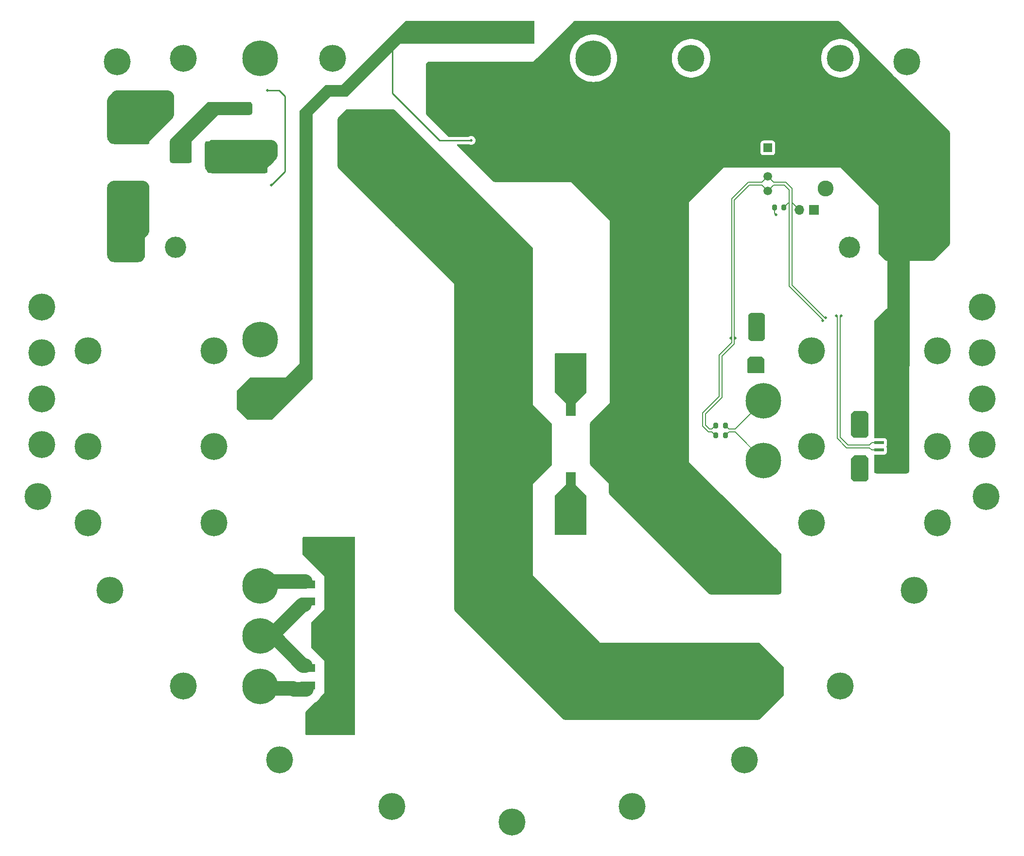
<source format=gbl>
G04 #@! TF.GenerationSoftware,KiCad,Pcbnew,7.0.6*
G04 #@! TF.CreationDate,2024-01-15T22:12:01-08:00*
G04 #@! TF.ProjectId,midplate,6d696470-6c61-4746-952e-6b696361645f,rev?*
G04 #@! TF.SameCoordinates,Original*
G04 #@! TF.FileFunction,Copper,L2,Bot*
G04 #@! TF.FilePolarity,Positive*
%FSLAX46Y46*%
G04 Gerber Fmt 4.6, Leading zero omitted, Abs format (unit mm)*
G04 Created by KiCad (PCBNEW 7.0.6) date 2024-01-15 22:12:01*
%MOMM*%
%LPD*%
G01*
G04 APERTURE LIST*
G04 Aperture macros list*
%AMRoundRect*
0 Rectangle with rounded corners*
0 $1 Rounding radius*
0 $2 $3 $4 $5 $6 $7 $8 $9 X,Y pos of 4 corners*
0 Add a 4 corners polygon primitive as box body*
4,1,4,$2,$3,$4,$5,$6,$7,$8,$9,$2,$3,0*
0 Add four circle primitives for the rounded corners*
1,1,$1+$1,$2,$3*
1,1,$1+$1,$4,$5*
1,1,$1+$1,$6,$7*
1,1,$1+$1,$8,$9*
0 Add four rect primitives between the rounded corners*
20,1,$1+$1,$2,$3,$4,$5,0*
20,1,$1+$1,$4,$5,$6,$7,0*
20,1,$1+$1,$6,$7,$8,$9,0*
20,1,$1+$1,$8,$9,$2,$3,0*%
G04 Aperture macros list end*
G04 #@! TA.AperFunction,ComponentPad*
%ADD10C,0.600000*%
G04 #@! TD*
G04 #@! TA.AperFunction,SMDPad,CuDef*
%ADD11R,2.950000X4.500000*%
G04 #@! TD*
G04 #@! TA.AperFunction,ComponentPad*
%ADD12R,1.700000X1.700000*%
G04 #@! TD*
G04 #@! TA.AperFunction,ComponentPad*
%ADD13O,1.700000X1.700000*%
G04 #@! TD*
G04 #@! TA.AperFunction,ComponentPad*
%ADD14C,3.700000*%
G04 #@! TD*
G04 #@! TA.AperFunction,ComponentPad*
%ADD15C,6.200000*%
G04 #@! TD*
G04 #@! TA.AperFunction,ComponentPad*
%ADD16C,4.700000*%
G04 #@! TD*
G04 #@! TA.AperFunction,ComponentPad*
%ADD17R,2.775000X2.775000*%
G04 #@! TD*
G04 #@! TA.AperFunction,ComponentPad*
%ADD18C,2.775000*%
G04 #@! TD*
G04 #@! TA.AperFunction,ComponentPad*
%ADD19C,2.780000*%
G04 #@! TD*
G04 #@! TA.AperFunction,ComponentPad*
%ADD20R,1.508000X1.508000*%
G04 #@! TD*
G04 #@! TA.AperFunction,ComponentPad*
%ADD21C,1.508000*%
G04 #@! TD*
G04 #@! TA.AperFunction,SMDPad,CuDef*
%ADD22RoundRect,0.200000X-0.200000X-0.275000X0.200000X-0.275000X0.200000X0.275000X-0.200000X0.275000X0*%
G04 #@! TD*
G04 #@! TA.AperFunction,SMDPad,CuDef*
%ADD23R,2.616200X1.346200*%
G04 #@! TD*
G04 #@! TA.AperFunction,SMDPad,CuDef*
%ADD24R,1.727200X3.505200*%
G04 #@! TD*
G04 #@! TA.AperFunction,SMDPad,CuDef*
%ADD25RoundRect,0.200000X0.200000X0.275000X-0.200000X0.275000X-0.200000X-0.275000X0.200000X-0.275000X0*%
G04 #@! TD*
G04 #@! TA.AperFunction,SMDPad,CuDef*
%ADD26R,1.700000X0.600000*%
G04 #@! TD*
G04 #@! TA.AperFunction,SMDPad,CuDef*
%ADD27R,2.800000X1.000000*%
G04 #@! TD*
G04 #@! TA.AperFunction,SMDPad,CuDef*
%ADD28R,2.540000X1.270000*%
G04 #@! TD*
G04 #@! TA.AperFunction,SMDPad,CuDef*
%ADD29R,1.651000X3.429000*%
G04 #@! TD*
G04 #@! TA.AperFunction,ViaPad*
%ADD30C,0.500000*%
G04 #@! TD*
G04 #@! TA.AperFunction,ViaPad*
%ADD31C,0.700000*%
G04 #@! TD*
G04 #@! TA.AperFunction,Conductor*
%ADD32C,0.254000*%
G04 #@! TD*
G04 #@! TA.AperFunction,Conductor*
%ADD33C,2.540000*%
G04 #@! TD*
G04 #@! TA.AperFunction,Conductor*
%ADD34C,0.200000*%
G04 #@! TD*
G04 #@! TA.AperFunction,Conductor*
%ADD35C,0.177800*%
G04 #@! TD*
G04 APERTURE END LIST*
D10*
X137611000Y-37465000D03*
X137611000Y-38665000D03*
X137611000Y-39965000D03*
X137611000Y-41065000D03*
D11*
X138211000Y-39265000D03*
D10*
X138811000Y-37465000D03*
X138811000Y-38665000D03*
X138811000Y-39965000D03*
X138811000Y-41065000D03*
D12*
X190246000Y-56388000D03*
D13*
X187706000Y-56388000D03*
D14*
X79049621Y-62921321D03*
X71849621Y-62921321D03*
D15*
X93853000Y-121946000D03*
D16*
X168864096Y-29994860D03*
X207718590Y-122678005D03*
X55785842Y-73342142D03*
X194864067Y-139430345D03*
D15*
X151853900Y-29994860D03*
D16*
X85779349Y-110938702D03*
X85779349Y-80978719D03*
X189827411Y-110938702D03*
X55116132Y-106342142D03*
X219550158Y-89342142D03*
X220219868Y-106342142D03*
X206410936Y-30558280D03*
X158603214Y-160365559D03*
D15*
X93853000Y-29994860D03*
D16*
X194864096Y-29994860D03*
X189827411Y-97623566D03*
X55785842Y-97342142D03*
X219550158Y-81342142D03*
X219550158Y-73342142D03*
D15*
X181483000Y-139446000D03*
D14*
X203661697Y-62921321D03*
X196461697Y-62921321D03*
D16*
X137668000Y-163121732D03*
D17*
X192292500Y-45720000D03*
D18*
X192292500Y-52720000D03*
D15*
X93853000Y-78999080D03*
D16*
X211726333Y-97623566D03*
D15*
X93853000Y-139446000D03*
X93853000Y-130696000D03*
D16*
X68925065Y-30558280D03*
X55785842Y-89342142D03*
X97224273Y-152284868D03*
D19*
X69293000Y-52966000D03*
X72693000Y-52966000D03*
X69293000Y-43046000D03*
X72693000Y-43046000D03*
D16*
X85779349Y-97623566D03*
X80471905Y-29994860D03*
D15*
X181483000Y-100076000D03*
D16*
X63829849Y-80978719D03*
D15*
X181483000Y-89662000D03*
D16*
X63829849Y-110938702D03*
X211726333Y-110938702D03*
X219550158Y-97342142D03*
X67617410Y-122678005D03*
X178111727Y-152284868D03*
X116732786Y-160365559D03*
X106471905Y-29994860D03*
X189827411Y-80978719D03*
X63829849Y-97623566D03*
X211726333Y-80978719D03*
D20*
X182228000Y-45609500D03*
D21*
X182228000Y-48109500D03*
X182228000Y-50609500D03*
X182228000Y-53109500D03*
D16*
X80471933Y-139430345D03*
D15*
X181483000Y-117646000D03*
D16*
X55785842Y-81342142D03*
D15*
X93853000Y-89662000D03*
D22*
X173154000Y-94042700D03*
X174804000Y-94042700D03*
D23*
X102146100Y-139295000D03*
X102146100Y-136295001D03*
D24*
X105346500Y-143002000D03*
X105346500Y-132588000D03*
D25*
X174804000Y-95693700D03*
X173154000Y-95693700D03*
D26*
X201603000Y-95748566D03*
X201603000Y-96998566D03*
X201603000Y-98248566D03*
X201603000Y-99498566D03*
D27*
X198253000Y-101348566D03*
X198253000Y-93898566D03*
D25*
X185039000Y-56007000D03*
X183389000Y-56007000D03*
D23*
X102146100Y-124690000D03*
X102146100Y-121690001D03*
D24*
X105346500Y-128397000D03*
X105346500Y-117983000D03*
D28*
X152587651Y-100234500D03*
X152587651Y-97234501D03*
X152587651Y-94234502D03*
X143187650Y-100234500D03*
X143187650Y-97234501D03*
X143187650Y-94234502D03*
D29*
X147887650Y-90599501D03*
X147887650Y-103869501D03*
D30*
X201218800Y-86741000D03*
D31*
X127000000Y-41529000D03*
D30*
X201218800Y-87503000D03*
X201218800Y-85979000D03*
X201980800Y-85217000D03*
X201980800Y-85979000D03*
X201218800Y-85217000D03*
X201980800Y-86741000D03*
X201980800Y-87503000D03*
D31*
X68961000Y-60198000D03*
X74041000Y-57150000D03*
X69977000Y-55118000D03*
X73025000Y-60198000D03*
X74041000Y-55118000D03*
X70993000Y-56134000D03*
X72009000Y-55118000D03*
X68961000Y-62230000D03*
X68961000Y-58166000D03*
X70993000Y-58166000D03*
X67945000Y-59182000D03*
X72009000Y-59182000D03*
X72009000Y-57150000D03*
X67945000Y-63246000D03*
X69977000Y-57150000D03*
X67945000Y-55118000D03*
X67945000Y-57150000D03*
X73025000Y-56134000D03*
X67945000Y-61214000D03*
X70993000Y-60198000D03*
X74041000Y-59182000D03*
X68961000Y-64262000D03*
X69977000Y-59182000D03*
X73025000Y-58166000D03*
X68961000Y-56134000D03*
X121031000Y-49784000D03*
X117983000Y-46736000D03*
X111887000Y-50800000D03*
X111887000Y-46736000D03*
X107696000Y-46736000D03*
X114935000Y-39624000D03*
X108839000Y-45720000D03*
X116967000Y-45720000D03*
X113919000Y-44704000D03*
X120015000Y-50800000D03*
X118999000Y-41656000D03*
X115951000Y-44704000D03*
X109855000Y-40640000D03*
X107696000Y-40640000D03*
X114935000Y-49784000D03*
X122047000Y-46736000D03*
X114935000Y-51816000D03*
X114935000Y-47752000D03*
X118999000Y-49784000D03*
X112903000Y-39624000D03*
X115951000Y-50800000D03*
X118999000Y-51816000D03*
X111887000Y-40640000D03*
X112903000Y-45720000D03*
X108839000Y-43688000D03*
X114935000Y-45720000D03*
X115951000Y-48768000D03*
X111887000Y-42672000D03*
X109855000Y-46736000D03*
X121031000Y-47752000D03*
X121031000Y-45720000D03*
X116967000Y-41656000D03*
X118999000Y-43688000D03*
X112903000Y-49784000D03*
X116967000Y-47752000D03*
X111887000Y-44704000D03*
X112903000Y-41656000D03*
X122936000Y-45847000D03*
X109855000Y-50800000D03*
X121031000Y-43688000D03*
X118999000Y-45720000D03*
X109855000Y-42672000D03*
X110871000Y-41656000D03*
X115951000Y-42672000D03*
X120015000Y-42672000D03*
X122047000Y-50800000D03*
X108839000Y-49784000D03*
X112903000Y-51816000D03*
X124968000Y-47879000D03*
X108839000Y-39624000D03*
X109855000Y-48768000D03*
X110871000Y-43688000D03*
X107696000Y-48768000D03*
X113919000Y-42672000D03*
X108839000Y-41656000D03*
X108839000Y-47752000D03*
X117983000Y-42672000D03*
X122047000Y-44704000D03*
X123063000Y-49784000D03*
X115951000Y-46736000D03*
X123063000Y-47752000D03*
X110871000Y-39624000D03*
X112903000Y-43688000D03*
X120015000Y-46736000D03*
X120015000Y-48768000D03*
X118999000Y-47752000D03*
X107696000Y-42672000D03*
X112903000Y-47752000D03*
X124079000Y-48768000D03*
X113919000Y-40640000D03*
X109855000Y-44704000D03*
X115951000Y-40640000D03*
X113919000Y-50800000D03*
X110871000Y-49784000D03*
X111887000Y-48768000D03*
X113919000Y-46736000D03*
X114935000Y-41656000D03*
X123952000Y-46863000D03*
X116967000Y-43688000D03*
X116967000Y-49784000D03*
X110871000Y-47752000D03*
X110871000Y-51816000D03*
X117983000Y-40640000D03*
X107696000Y-44704000D03*
X114935000Y-43688000D03*
X116967000Y-51816000D03*
X120015000Y-44704000D03*
X113919000Y-48768000D03*
X121031000Y-51816000D03*
X117983000Y-48768000D03*
X117983000Y-44704000D03*
X122047000Y-48768000D03*
X116967000Y-39624000D03*
X117983000Y-50800000D03*
X110871000Y-45720000D03*
X89027000Y-47625000D03*
X84963000Y-47625000D03*
X95123000Y-45593000D03*
X88011000Y-46609000D03*
X85979000Y-48641000D03*
X86995000Y-47625000D03*
X95123000Y-47625000D03*
X94107000Y-46609000D03*
X92075000Y-46609000D03*
X86995000Y-49657000D03*
X91059000Y-47625000D03*
X88011000Y-48641000D03*
X88011000Y-44577000D03*
X94107000Y-44577000D03*
X90043000Y-48641000D03*
X94107000Y-48641000D03*
X92075000Y-48641000D03*
X85979000Y-44577000D03*
X93091000Y-45593000D03*
X92075000Y-44577000D03*
X93091000Y-47625000D03*
X86995000Y-45593000D03*
X93091000Y-49657000D03*
X89027000Y-49657000D03*
X84963000Y-49657000D03*
X91059000Y-49657000D03*
X96139000Y-46609000D03*
X85979000Y-46609000D03*
X88773000Y-38100000D03*
X89789000Y-38100000D03*
X90805000Y-39116000D03*
X78613000Y-45720000D03*
X80010000Y-47752000D03*
X90805000Y-38100000D03*
X78613000Y-44704000D03*
X81407000Y-46736000D03*
X89789000Y-39116000D03*
X88773000Y-39116000D03*
X78613000Y-47752000D03*
X91821000Y-39116000D03*
X81407000Y-47752000D03*
X81407000Y-44704000D03*
X78613000Y-46736000D03*
X91821000Y-38100000D03*
X81407000Y-45720000D03*
X69977000Y-38354000D03*
X67945000Y-38354000D03*
X67945000Y-40386000D03*
X72009000Y-38354000D03*
X74041000Y-40386000D03*
X73025000Y-39370000D03*
X75057000Y-39370000D03*
X68961000Y-39370000D03*
X74041000Y-36322000D03*
X68961000Y-37338000D03*
X78105000Y-40386000D03*
X70993000Y-41402000D03*
X78105000Y-38354000D03*
X70993000Y-37338000D03*
X69977000Y-36322000D03*
X70993000Y-39370000D03*
X69977000Y-40386000D03*
X77089000Y-41402000D03*
X75057000Y-41402000D03*
X72009000Y-40386000D03*
X78105000Y-36322000D03*
X74041000Y-38354000D03*
X76073000Y-42418000D03*
X76073000Y-38354000D03*
X76073000Y-40386000D03*
X77089000Y-39370000D03*
X75057000Y-43434000D03*
X77089000Y-37338000D03*
X72009000Y-36322000D03*
X75057000Y-37338000D03*
X76073000Y-36322000D03*
X73025000Y-37338000D03*
D30*
X95758000Y-52120800D03*
X95123000Y-35560000D03*
X103124000Y-115570000D03*
X103886000Y-116332000D03*
X104521000Y-146812000D03*
X106934000Y-133477000D03*
X107569000Y-145288000D03*
X107696000Y-135763000D03*
X104521000Y-145288000D03*
X106934000Y-124333000D03*
X106807000Y-144526000D03*
X107696000Y-117094000D03*
X106172000Y-123571000D03*
X106045000Y-146812000D03*
X107696000Y-132715000D03*
X103886000Y-114808000D03*
X107696000Y-126619000D03*
X104648000Y-115570000D03*
X106934000Y-127381000D03*
X107696000Y-129667000D03*
X103759000Y-144526000D03*
X106934000Y-135001000D03*
X107696000Y-115570000D03*
X105410000Y-114808000D03*
X103124000Y-117094000D03*
X106934000Y-116332000D03*
X102997000Y-145288000D03*
X106172000Y-125095000D03*
X105410000Y-125857000D03*
X103886000Y-117856000D03*
X107696000Y-134239000D03*
X106172000Y-114046000D03*
X106934000Y-136525000D03*
X106934000Y-130429000D03*
X105410000Y-135001000D03*
X105410000Y-136525000D03*
X106172000Y-137287000D03*
X106934000Y-128905000D03*
X106172000Y-115570000D03*
X107696000Y-131191000D03*
X106934000Y-114808000D03*
X106807000Y-143002000D03*
X103759000Y-143002000D03*
X107696000Y-125095000D03*
X105283000Y-146050000D03*
X106934000Y-131953000D03*
X106172000Y-135763000D03*
X106934000Y-125857000D03*
X106807000Y-146050000D03*
X104648000Y-114046000D03*
X102997000Y-143764000D03*
X106045000Y-145288000D03*
X103759000Y-146050000D03*
X106934000Y-117856000D03*
X107696000Y-128143000D03*
X105410000Y-124333000D03*
X107569000Y-143764000D03*
X175759300Y-78740000D03*
X194174300Y-74874786D03*
X192288340Y-75174911D03*
X191737220Y-75726031D03*
X194953700Y-74874786D03*
X176538700Y-78740000D03*
X180340000Y-74803000D03*
X180340000Y-77978000D03*
X179451000Y-78867000D03*
X180340000Y-78867000D03*
X179451000Y-74803000D03*
X181229000Y-77978000D03*
X181229000Y-75692000D03*
X181229000Y-78867000D03*
X179451000Y-75692000D03*
X180340000Y-75692000D03*
X179451000Y-77978000D03*
X181229000Y-74803000D03*
X181102000Y-82423000D03*
X179324000Y-83312000D03*
X181102000Y-83312000D03*
X180213000Y-82423000D03*
X180213000Y-83312000D03*
X179324000Y-82423000D03*
X146431000Y-85877400D03*
X146431000Y-87401400D03*
X147193000Y-88163400D03*
X147955000Y-84353400D03*
X146431000Y-84353400D03*
X148717000Y-88163400D03*
X148717000Y-86639400D03*
X147193000Y-86639400D03*
X150241000Y-85115400D03*
X147193000Y-83591400D03*
X148717000Y-83591400D03*
X145669000Y-85115400D03*
X149479000Y-87401400D03*
X149479000Y-85877400D03*
X145669000Y-86639400D03*
X149479000Y-84353400D03*
X150241000Y-86639400D03*
X147955000Y-87401400D03*
X147955000Y-85877400D03*
X147193000Y-85115400D03*
X148717000Y-85115400D03*
X146431000Y-108483400D03*
X146431000Y-110007400D03*
X147193000Y-109245400D03*
X147193000Y-107721400D03*
X150241000Y-109245400D03*
X150241000Y-107721400D03*
X148717000Y-110769400D03*
X146431000Y-106959400D03*
X149479000Y-110007400D03*
X147955000Y-110007400D03*
X147955000Y-108483400D03*
X147193000Y-106197400D03*
X148717000Y-109245400D03*
X149479000Y-108483400D03*
X149479000Y-106959400D03*
X145669000Y-109245400D03*
X147193000Y-110769400D03*
X147955000Y-106959400D03*
X148717000Y-106197400D03*
X148717000Y-107721400D03*
X145669000Y-107721400D03*
X199136000Y-102489000D03*
X197358000Y-103251000D03*
X198247000Y-99568000D03*
X199136000Y-99568000D03*
X198247000Y-100330000D03*
X199136000Y-103251000D03*
X198247000Y-103251000D03*
X198247000Y-102489000D03*
X199136000Y-100330000D03*
X197358000Y-102489000D03*
X197358000Y-99568000D03*
X197358000Y-100330000D03*
X198247000Y-92075000D03*
X198247000Y-94996000D03*
X199136000Y-92075000D03*
X198247000Y-95758000D03*
X197358000Y-92075000D03*
X199136000Y-92837000D03*
X197358000Y-95758000D03*
X199136000Y-94996000D03*
X197358000Y-92837000D03*
X198247000Y-92837000D03*
X199136000Y-95758000D03*
X197358000Y-94996000D03*
D31*
X137287000Y-26289000D03*
D30*
X130556000Y-44323000D03*
D31*
X136525000Y-24003000D03*
X138811000Y-24765000D03*
X141097000Y-25527000D03*
X141097000Y-24003000D03*
X138049000Y-24003000D03*
X136525000Y-27051000D03*
X140335000Y-24765000D03*
X137287000Y-24765000D03*
X140335000Y-26289000D03*
X136525000Y-25527000D03*
X139573000Y-25527000D03*
X139573000Y-24003000D03*
X141097000Y-27051000D03*
X138049000Y-25527000D03*
D30*
X183642000Y-57277000D03*
D32*
X95123000Y-35560000D02*
X97155000Y-35560000D01*
X97155000Y-35560000D02*
X98171000Y-36576000D01*
X98171000Y-36576000D02*
X98171000Y-49707800D01*
X98171000Y-49707800D02*
X95758000Y-52120800D01*
D33*
X94641000Y-121158000D02*
X101614099Y-121158000D01*
X93853000Y-121946000D02*
X94641000Y-121158000D01*
X101614099Y-121158000D02*
X101678999Y-121222900D01*
X101154100Y-125286900D02*
X101549200Y-125286900D01*
X101283900Y-135827900D02*
X101678999Y-135827900D01*
X93853000Y-130696000D02*
X95745000Y-130696000D01*
X93853000Y-130696000D02*
X96152000Y-130696000D01*
X96152000Y-130696000D02*
X101283900Y-135827900D01*
X95745000Y-130696000D02*
X101154100Y-125286900D01*
X93853000Y-139446000D02*
X94234000Y-139827000D01*
X99662636Y-139954000D02*
X101854000Y-139954000D01*
X94234000Y-139827000D02*
X99535636Y-139827000D01*
X99535636Y-139827000D02*
X99662636Y-139954000D01*
D34*
X186421700Y-54412457D02*
X186415738Y-54418419D01*
X186415738Y-69514442D02*
X192076207Y-75174911D01*
X172493200Y-95107900D02*
X171883312Y-95107900D01*
X195949278Y-97863266D02*
X194324300Y-96238288D01*
X186421700Y-52732712D02*
X186421700Y-54412457D01*
X170905500Y-94130088D02*
X170905500Y-91772512D01*
X173154000Y-95693700D02*
X173079000Y-95693700D01*
X181217700Y-51619800D02*
X178800212Y-51619800D01*
X182228000Y-50609500D02*
X183238300Y-51619800D01*
X186415738Y-54418419D02*
X186415738Y-69514442D01*
X194324300Y-75024786D02*
X194174300Y-74874786D01*
X192076207Y-75174911D02*
X192288340Y-75174911D01*
X200327999Y-98248566D02*
X199942699Y-97863266D01*
X170905500Y-91772512D02*
X173750300Y-88927712D01*
X186421700Y-55108700D02*
X187701000Y-56388000D01*
X185308788Y-51619800D02*
X186421700Y-52732712D01*
X175909300Y-54510712D02*
X175909300Y-78590000D01*
X194324300Y-96238288D02*
X194324300Y-75024786D01*
X171883312Y-95107900D02*
X170905500Y-94130088D01*
X201603000Y-98248566D02*
X200327999Y-98248566D01*
X173079000Y-95693700D02*
X172493200Y-95107900D01*
X199942699Y-97863266D02*
X195949278Y-97863266D01*
X183238300Y-51619800D02*
X185308788Y-51619800D01*
X173750300Y-88927712D02*
X173750300Y-81714112D01*
X182228000Y-50609500D02*
X181217700Y-51619800D01*
X186421700Y-54412457D02*
X186421700Y-55108700D01*
X175909300Y-78590000D02*
X175759300Y-78740000D01*
X175909300Y-78890000D02*
X175909300Y-79555112D01*
X175909300Y-79555112D02*
X173750300Y-81714112D01*
X175759300Y-78740000D02*
X175909300Y-78890000D01*
X178800212Y-51619800D02*
X175909300Y-54510712D01*
X201603000Y-96998566D02*
X200327999Y-96998566D01*
X185936338Y-54234962D02*
X185936338Y-54483000D01*
X185936338Y-54483000D02*
X185936338Y-69713016D01*
X191737220Y-75513898D02*
X185936338Y-69713016D01*
X172081888Y-94628500D02*
X171384900Y-93931512D01*
X176388700Y-54709288D02*
X176388700Y-78590000D01*
X191737220Y-75726031D02*
X191737220Y-75513898D01*
X183238300Y-52099200D02*
X185110212Y-52099200D01*
X176388700Y-78890000D02*
X176388700Y-79753688D01*
X185110212Y-52099200D02*
X185942300Y-52931288D01*
X185942300Y-52931288D02*
X185942300Y-54229000D01*
X185873338Y-55172662D02*
X185039000Y-56007000D01*
X173154000Y-94042700D02*
X173079000Y-94042700D01*
X185936338Y-55172662D02*
X185873338Y-55172662D01*
X173079000Y-94042700D02*
X172493200Y-94628500D01*
X172493200Y-94628500D02*
X172081888Y-94628500D01*
X176388700Y-79753688D02*
X174229700Y-81912688D01*
X200327999Y-96998566D02*
X199942699Y-97383866D01*
X185936338Y-54483000D02*
X185936338Y-55172662D01*
X194803700Y-96039712D02*
X194803700Y-75024786D01*
X171384900Y-91971088D02*
X174229700Y-89126288D01*
X182228000Y-53109500D02*
X183238300Y-52099200D01*
X199942699Y-97383866D02*
X196147854Y-97383866D01*
X176388700Y-78590000D02*
X176538700Y-78740000D01*
X178998788Y-52099200D02*
X176388700Y-54709288D01*
X171384900Y-93931512D02*
X171384900Y-91971088D01*
X194803700Y-75024786D02*
X194953700Y-74874786D01*
X174229700Y-89126288D02*
X174229700Y-81912688D01*
X182228000Y-53109500D02*
X181217700Y-52099200D01*
X181217700Y-52099200D02*
X178998788Y-52099200D01*
X196147854Y-97383866D02*
X194803700Y-96039712D01*
X176538700Y-78740000D02*
X176388700Y-78890000D01*
X185942300Y-54229000D02*
X185936338Y-54234962D01*
X175957920Y-95107900D02*
X175958720Y-95108700D01*
X174879000Y-95693700D02*
X175464800Y-95107900D01*
X174804000Y-95693700D02*
X174879000Y-95693700D01*
X175958720Y-95108700D02*
X176515700Y-95108700D01*
X175464800Y-95107900D02*
X175957920Y-95107900D01*
X176515700Y-95108700D02*
X181483000Y-100076000D01*
X176141377Y-94628500D02*
X176142177Y-94629300D01*
X174879000Y-94042700D02*
X175464800Y-94628500D01*
X176515700Y-94629300D02*
X181483000Y-89662000D01*
X175464800Y-94628500D02*
X176141377Y-94628500D01*
X174804000Y-94042700D02*
X174879000Y-94042700D01*
X176142177Y-94629300D02*
X176515700Y-94629300D01*
D32*
X116840000Y-36068000D02*
X125095000Y-44323000D01*
X125095000Y-44323000D02*
X130556000Y-44323000D01*
X116840000Y-28321000D02*
X116840000Y-36068000D01*
D35*
X183389000Y-57024000D02*
X183642000Y-57277000D01*
X183389000Y-56007000D02*
X183389000Y-57024000D01*
G04 #@! TA.AperFunction,Conductor*
G36*
X199278677Y-91459685D02*
G01*
X199299319Y-91476319D01*
X199734680Y-91911680D01*
X199768165Y-91973003D01*
X199770999Y-91999361D01*
X199770999Y-95579638D01*
X199751314Y-95646677D01*
X199734680Y-95667319D01*
X199299319Y-96102681D01*
X199237996Y-96136166D01*
X199211638Y-96139000D01*
X197282362Y-96139000D01*
X197215323Y-96119315D01*
X197194681Y-96102681D01*
X196759319Y-95667319D01*
X196725834Y-95605996D01*
X196723000Y-95579638D01*
X196723000Y-91999362D01*
X196742685Y-91932323D01*
X196759319Y-91911681D01*
X197194681Y-91476319D01*
X197256004Y-91442834D01*
X197282362Y-91440000D01*
X199211638Y-91440000D01*
X199278677Y-91459685D01*
G37*
G04 #@! TD.AperFunction*
G04 #@! TA.AperFunction,Conductor*
G36*
X181371677Y-74416285D02*
G01*
X181392319Y-74432919D01*
X181700681Y-74741281D01*
X181734166Y-74802604D01*
X181737000Y-74828962D01*
X181737000Y-78815638D01*
X181717315Y-78882677D01*
X181700681Y-78903319D01*
X181392319Y-79211681D01*
X181330996Y-79245166D01*
X181304638Y-79248000D01*
X179273762Y-79248000D01*
X179206723Y-79228315D01*
X179186081Y-79211681D01*
X178852319Y-78877919D01*
X178818834Y-78816596D01*
X178816000Y-78790238D01*
X178816000Y-74828962D01*
X178835685Y-74761923D01*
X178852319Y-74741281D01*
X179160681Y-74432919D01*
X179222004Y-74399434D01*
X179248362Y-74396600D01*
X181304638Y-74396600D01*
X181371677Y-74416285D01*
G37*
G04 #@! TD.AperFunction*
G04 #@! TA.AperFunction,Conductor*
G36*
X181244677Y-82036285D02*
G01*
X181265319Y-82052919D01*
X181573681Y-82361281D01*
X181607166Y-82422604D01*
X181610000Y-82448962D01*
X181610000Y-84712000D01*
X181590315Y-84779039D01*
X181537511Y-84824794D01*
X181486000Y-84836000D01*
X178813000Y-84836000D01*
X178745961Y-84816315D01*
X178700206Y-84763511D01*
X178689000Y-84712000D01*
X178689000Y-82448958D01*
X178708684Y-82381923D01*
X178725313Y-82361286D01*
X179033681Y-82052918D01*
X179095004Y-82019434D01*
X179121362Y-82016600D01*
X181177638Y-82016600D01*
X181244677Y-82036285D01*
G37*
G04 #@! TD.AperFunction*
G04 #@! TA.AperFunction,Conductor*
G36*
X199278677Y-99206685D02*
G01*
X199299319Y-99223319D01*
X199734681Y-99658681D01*
X199768166Y-99720004D01*
X199771000Y-99746362D01*
X199771000Y-103199637D01*
X199751315Y-103266676D01*
X199734681Y-103287318D01*
X199299319Y-103722681D01*
X199237996Y-103756166D01*
X199211638Y-103759000D01*
X197282362Y-103759000D01*
X197215323Y-103739315D01*
X197194681Y-103722681D01*
X196759319Y-103287319D01*
X196725834Y-103225996D01*
X196723000Y-103199638D01*
X196723000Y-99746362D01*
X196742685Y-99679323D01*
X196759319Y-99658681D01*
X197194681Y-99223319D01*
X197256004Y-99189834D01*
X197282362Y-99187000D01*
X199211638Y-99187000D01*
X199278677Y-99206685D01*
G37*
G04 #@! TD.AperFunction*
G04 #@! TA.AperFunction,Conductor*
G36*
X73281695Y-51308235D02*
G01*
X73488727Y-51326348D01*
X73510004Y-51330099D01*
X73702888Y-51381782D01*
X73723198Y-51389175D01*
X73904165Y-51473562D01*
X73922883Y-51484369D01*
X74086456Y-51598904D01*
X74103014Y-51612798D01*
X74244201Y-51753985D01*
X74258095Y-51770543D01*
X74372630Y-51934116D01*
X74383437Y-51952834D01*
X74467824Y-52133801D01*
X74475217Y-52154112D01*
X74526898Y-52346988D01*
X74530651Y-52368274D01*
X74548764Y-52575299D01*
X74549000Y-52580705D01*
X74549000Y-59922900D01*
X74548701Y-59928981D01*
X74525794Y-60161557D01*
X74521052Y-60185398D01*
X74455871Y-60400272D01*
X74446568Y-60422730D01*
X74340723Y-60620751D01*
X74327218Y-60640963D01*
X74178958Y-60821619D01*
X74174879Y-60826119D01*
X74167125Y-60833873D01*
X74158977Y-60842021D01*
X74158972Y-60842026D01*
X73787000Y-61214000D01*
X73787000Y-61740051D01*
X73787000Y-61740054D01*
X73787000Y-64259294D01*
X73786764Y-64264700D01*
X73768651Y-64471725D01*
X73764898Y-64493011D01*
X73713217Y-64685887D01*
X73705824Y-64706198D01*
X73621437Y-64887165D01*
X73610630Y-64905883D01*
X73496095Y-65069456D01*
X73482201Y-65086014D01*
X73341014Y-65227201D01*
X73324456Y-65241095D01*
X73160883Y-65355630D01*
X73142165Y-65366437D01*
X72961198Y-65450824D01*
X72940887Y-65458217D01*
X72748011Y-65509898D01*
X72726725Y-65513651D01*
X72576864Y-65526762D01*
X72519695Y-65531764D01*
X72514294Y-65532000D01*
X68455706Y-65532000D01*
X68450304Y-65531764D01*
X68386000Y-65526138D01*
X68243274Y-65513651D01*
X68221988Y-65509898D01*
X68029112Y-65458217D01*
X68008801Y-65450824D01*
X67827834Y-65366437D01*
X67809116Y-65355630D01*
X67645543Y-65241095D01*
X67628985Y-65227201D01*
X67487798Y-65086014D01*
X67473904Y-65069456D01*
X67359369Y-64905883D01*
X67348562Y-64887165D01*
X67264175Y-64706198D01*
X67256782Y-64685887D01*
X67205099Y-64493004D01*
X67201348Y-64471724D01*
X67183236Y-64264700D01*
X67183000Y-64259294D01*
X67183000Y-52580705D01*
X67183236Y-52575299D01*
X67201348Y-52368275D01*
X67201349Y-52368274D01*
X67201348Y-52368270D01*
X67205099Y-52346996D01*
X67256783Y-52154107D01*
X67264175Y-52133801D01*
X67348562Y-51952834D01*
X67359369Y-51934116D01*
X67473904Y-51770543D01*
X67487792Y-51753991D01*
X67628991Y-51612792D01*
X67645543Y-51598904D01*
X67809116Y-51484369D01*
X67827831Y-51473563D01*
X68008803Y-51389174D01*
X68029107Y-51381783D01*
X68221996Y-51330099D01*
X68243270Y-51326348D01*
X68450304Y-51308235D01*
X68455706Y-51308000D01*
X73276294Y-51308000D01*
X73281695Y-51308235D01*
G37*
G04 #@! TD.AperFunction*
G04 #@! TA.AperFunction,Conductor*
G36*
X150590439Y-81426685D02*
G01*
X150636194Y-81479489D01*
X150647400Y-81531000D01*
X150647400Y-88188238D01*
X150627715Y-88255277D01*
X150611081Y-88275919D01*
X148717000Y-90169999D01*
X148717000Y-92179600D01*
X148697315Y-92246639D01*
X148644511Y-92292394D01*
X148593000Y-92303600D01*
X147190000Y-92303600D01*
X147122961Y-92283915D01*
X147077206Y-92231111D01*
X147066000Y-92179600D01*
X147066000Y-90170000D01*
X145171919Y-88275919D01*
X145138434Y-88214596D01*
X145135600Y-88188238D01*
X145135600Y-81531000D01*
X145155285Y-81463961D01*
X145208089Y-81418206D01*
X145259600Y-81407000D01*
X150523400Y-81407000D01*
X150590439Y-81426685D01*
G37*
G04 #@! TD.AperFunction*
G04 #@! TA.AperFunction,Conductor*
G36*
X148660039Y-102178485D02*
G01*
X148705794Y-102231289D01*
X148717000Y-102282800D01*
X148717000Y-104292400D01*
X150611081Y-106186481D01*
X150644566Y-106247804D01*
X150647400Y-106274162D01*
X150647400Y-112931400D01*
X150627715Y-112998439D01*
X150574911Y-113044194D01*
X150523400Y-113055400D01*
X145259600Y-113055400D01*
X145192561Y-113035715D01*
X145146806Y-112982911D01*
X145135600Y-112931400D01*
X145135600Y-106274162D01*
X145155285Y-106207123D01*
X145171919Y-106186481D01*
X145171918Y-106186480D01*
X147066000Y-104292400D01*
X147066000Y-102282799D01*
X147085685Y-102215761D01*
X147138489Y-102170006D01*
X147190000Y-102158800D01*
X148593000Y-102158800D01*
X148660039Y-102178485D01*
G37*
G04 #@! TD.AperFunction*
G04 #@! TA.AperFunction,Conductor*
G36*
X95633695Y-44196235D02*
G01*
X95840727Y-44214348D01*
X95862004Y-44218099D01*
X96054888Y-44269782D01*
X96075198Y-44277175D01*
X96256165Y-44361562D01*
X96274883Y-44372369D01*
X96438456Y-44486904D01*
X96455014Y-44500798D01*
X96596201Y-44641985D01*
X96610095Y-44658543D01*
X96724630Y-44822116D01*
X96735437Y-44840834D01*
X96819824Y-45021801D01*
X96827217Y-45042112D01*
X96878898Y-45234988D01*
X96882651Y-45256274D01*
X96900764Y-45463299D01*
X96901000Y-45468705D01*
X96901000Y-46723900D01*
X96900701Y-46729981D01*
X96877794Y-46962557D01*
X96873052Y-46986398D01*
X96807871Y-47201272D01*
X96798568Y-47223730D01*
X96692723Y-47421751D01*
X96679218Y-47441963D01*
X96530957Y-47622620D01*
X96526878Y-47627120D01*
X96145763Y-48008236D01*
X95479032Y-48674966D01*
X95479024Y-48674975D01*
X95123000Y-49031000D01*
X95123000Y-49534500D01*
X95123000Y-49534501D01*
X95107974Y-49648629D01*
X95099596Y-49679895D01*
X95061791Y-49771165D01*
X95045605Y-49799200D01*
X94985464Y-49877576D01*
X94962576Y-49900464D01*
X94884200Y-49960605D01*
X94856165Y-49976791D01*
X94764895Y-50014596D01*
X94733629Y-50022974D01*
X94644433Y-50034717D01*
X94623531Y-50037469D01*
X94615434Y-50038000D01*
X85473706Y-50038000D01*
X85468304Y-50037764D01*
X85404000Y-50032138D01*
X85261274Y-50019651D01*
X85239988Y-50015898D01*
X85047112Y-49964217D01*
X85026801Y-49956824D01*
X84845834Y-49872437D01*
X84827116Y-49861630D01*
X84663543Y-49747095D01*
X84646985Y-49733201D01*
X84505798Y-49592014D01*
X84491904Y-49575456D01*
X84377369Y-49411883D01*
X84366562Y-49393165D01*
X84282175Y-49212198D01*
X84274782Y-49191887D01*
X84241941Y-49069322D01*
X84223099Y-48999004D01*
X84219348Y-48977724D01*
X84208976Y-48859174D01*
X84201235Y-48770695D01*
X84201000Y-48765294D01*
X84201000Y-44840755D01*
X84202524Y-44821371D01*
X84216576Y-44732652D01*
X84228560Y-44695771D01*
X84264851Y-44624546D01*
X84287648Y-44593170D01*
X84344170Y-44536648D01*
X84375546Y-44513851D01*
X84446771Y-44477560D01*
X84483654Y-44465576D01*
X84572369Y-44451525D01*
X84591756Y-44450000D01*
X84783388Y-44450000D01*
X84783395Y-44450000D01*
X84963000Y-44450000D01*
X85089995Y-44323003D01*
X85090000Y-44323000D01*
X85122672Y-44297929D01*
X85166855Y-44264026D01*
X85194882Y-44247845D01*
X85269300Y-44217020D01*
X85300563Y-44208644D01*
X85392572Y-44196530D01*
X85400673Y-44196000D01*
X95628294Y-44196000D01*
X95633695Y-44196235D01*
G37*
G04 #@! TD.AperFunction*
G04 #@! TA.AperFunction,Conductor*
G36*
X110306039Y-113430685D02*
G01*
X110351794Y-113483489D01*
X110363000Y-113535000D01*
X110363000Y-147831000D01*
X110343315Y-147898039D01*
X110290511Y-147943794D01*
X110239000Y-147955000D01*
X101851000Y-147955000D01*
X101783961Y-147935315D01*
X101738206Y-147882511D01*
X101727000Y-147831000D01*
X101727000Y-143942361D01*
X101746685Y-143875322D01*
X101763314Y-143854685D01*
X103221791Y-142396208D01*
X103246397Y-142377132D01*
X103417885Y-142275852D01*
X103681521Y-142074590D01*
X103919503Y-141843559D01*
X104128490Y-141586003D01*
X104286322Y-141335989D01*
X104303483Y-141314516D01*
X105029000Y-140589000D01*
X105029000Y-135001000D01*
X102779318Y-132751319D01*
X102745834Y-132689996D01*
X102743000Y-132663638D01*
X102743000Y-128321361D01*
X102762685Y-128254322D01*
X102779314Y-128233685D01*
X105029000Y-125984000D01*
X105029000Y-120269000D01*
X101255319Y-116495319D01*
X101221834Y-116433996D01*
X101219000Y-116407638D01*
X101219000Y-113535000D01*
X101238685Y-113467961D01*
X101291489Y-113422206D01*
X101343000Y-113411000D01*
X110239000Y-113411000D01*
X110306039Y-113430685D01*
G37*
G04 #@! TD.AperFunction*
G04 #@! TA.AperFunction,Conductor*
G36*
X116887612Y-38862530D02*
G01*
X116998876Y-38877179D01*
X117030141Y-38885556D01*
X117122495Y-38923810D01*
X117150529Y-38939995D01*
X117239567Y-39008318D01*
X117245662Y-39013662D01*
X141199336Y-62967336D01*
X141204681Y-62973432D01*
X141273004Y-63062470D01*
X141289189Y-63090505D01*
X141327442Y-63182857D01*
X141335820Y-63214123D01*
X141350469Y-63325386D01*
X141351000Y-63333486D01*
X141351000Y-90424000D01*
X141499790Y-90572790D01*
X141499797Y-90572798D01*
X143000562Y-92073562D01*
X144501336Y-93574336D01*
X144506681Y-93580432D01*
X144575004Y-93669470D01*
X144591189Y-93697505D01*
X144629442Y-93789857D01*
X144637820Y-93821123D01*
X144652469Y-93932386D01*
X144653000Y-93940487D01*
X144653000Y-100623512D01*
X144652469Y-100631613D01*
X144637820Y-100742876D01*
X144629442Y-100774142D01*
X144591189Y-100866494D01*
X144575004Y-100894529D01*
X144506681Y-100983567D01*
X144501336Y-100989662D01*
X143485443Y-102005556D01*
X141499797Y-103991201D01*
X141499790Y-103991209D01*
X141499786Y-103991213D01*
X141351000Y-104140000D01*
X141351000Y-120142000D01*
X141499790Y-120290790D01*
X141499797Y-120290798D01*
X147232511Y-126023511D01*
X153035000Y-131826000D01*
X180506512Y-131826000D01*
X180514612Y-131826530D01*
X180625876Y-131841179D01*
X180657141Y-131849556D01*
X180749495Y-131887810D01*
X180777529Y-131903995D01*
X180866567Y-131972318D01*
X180872662Y-131977662D01*
X184887336Y-135992336D01*
X184892681Y-135998432D01*
X184961004Y-136087470D01*
X184977189Y-136115505D01*
X185015442Y-136207857D01*
X185023820Y-136239123D01*
X185038469Y-136350386D01*
X185039000Y-136358487D01*
X185039000Y-140755512D01*
X185038469Y-140763613D01*
X185023820Y-140874876D01*
X185015442Y-140906142D01*
X184977189Y-140998494D01*
X184961004Y-141026529D01*
X184892681Y-141115567D01*
X184887329Y-141121671D01*
X180872671Y-145136329D01*
X180866567Y-145141681D01*
X180777529Y-145210004D01*
X180749494Y-145226189D01*
X180657142Y-145264442D01*
X180625876Y-145272820D01*
X180527990Y-145285707D01*
X180514612Y-145287469D01*
X180506513Y-145288000D01*
X146899487Y-145288000D01*
X146891387Y-145287469D01*
X146875377Y-145285361D01*
X146780123Y-145272820D01*
X146748857Y-145264442D01*
X146656505Y-145226189D01*
X146628470Y-145210004D01*
X146539432Y-145141681D01*
X146533336Y-145136336D01*
X127786662Y-126389662D01*
X127781318Y-126383567D01*
X127712995Y-126294529D01*
X127696810Y-126266494D01*
X127658557Y-126174142D01*
X127650179Y-126142875D01*
X127635531Y-126031613D01*
X127635000Y-126023511D01*
X127635000Y-69552426D01*
X127634999Y-69552412D01*
X127635000Y-69342000D01*
X127486209Y-69193209D01*
X127486202Y-69193201D01*
X117476435Y-59183435D01*
X107466662Y-49173662D01*
X107461318Y-49167567D01*
X107392995Y-49078529D01*
X107376810Y-49050494D01*
X107338557Y-48958142D01*
X107330179Y-48926875D01*
X107315531Y-48815613D01*
X107315000Y-48807511D01*
X107315000Y-40600488D01*
X107315531Y-40592386D01*
X107330179Y-40481124D01*
X107338556Y-40449860D01*
X107376812Y-40357501D01*
X107392992Y-40329474D01*
X107461318Y-40240432D01*
X107466655Y-40234344D01*
X108687344Y-39013655D01*
X108693432Y-39008318D01*
X108717097Y-38990158D01*
X108782474Y-38939992D01*
X108810501Y-38923812D01*
X108902860Y-38885556D01*
X108934121Y-38877179D01*
X109045387Y-38862530D01*
X109053488Y-38862000D01*
X116879512Y-38862000D01*
X116887612Y-38862530D01*
G37*
G04 #@! TD.AperFunction*
G04 #@! TA.AperFunction,Conductor*
G36*
X141548039Y-23514685D02*
G01*
X141593794Y-23567489D01*
X141605000Y-23619000D01*
X141605000Y-27308000D01*
X141585315Y-27375039D01*
X141532511Y-27420794D01*
X141481000Y-27432000D01*
X118236999Y-27432000D01*
X109002319Y-36666681D01*
X108940996Y-36700166D01*
X108914638Y-36703000D01*
X106044999Y-36703000D01*
X102997000Y-39750999D01*
X102997000Y-85800638D01*
X102977315Y-85867677D01*
X102960681Y-85888319D01*
X95921319Y-92927681D01*
X95859996Y-92961166D01*
X95833638Y-92964000D01*
X91618362Y-92964000D01*
X91551323Y-92944315D01*
X91530681Y-92927681D01*
X89825319Y-91222319D01*
X89791834Y-91160996D01*
X89789000Y-91134638D01*
X89789000Y-87935361D01*
X89808685Y-87868322D01*
X89825314Y-87847685D01*
X92038681Y-85634318D01*
X92100004Y-85600834D01*
X92126362Y-85598000D01*
X98298000Y-85598000D01*
X100711000Y-83185000D01*
X100711000Y-39167361D01*
X100730685Y-39100323D01*
X100747319Y-39079681D01*
X105119681Y-34707319D01*
X105181004Y-34673834D01*
X105207362Y-34671000D01*
X107950000Y-34671000D01*
X119089681Y-23531318D01*
X119151004Y-23497834D01*
X119177362Y-23495000D01*
X141481000Y-23495000D01*
X141548039Y-23514685D01*
G37*
G04 #@! TD.AperFunction*
G04 #@! TA.AperFunction,Conductor*
G36*
X91952032Y-37592530D02*
G01*
X92063296Y-37607179D01*
X92094561Y-37615556D01*
X92186915Y-37653810D01*
X92214949Y-37669996D01*
X92294258Y-37730853D01*
X92317146Y-37753741D01*
X92378003Y-37833050D01*
X92394189Y-37861085D01*
X92432442Y-37953437D01*
X92440820Y-37984703D01*
X92455469Y-38095966D01*
X92456000Y-38104067D01*
X92456000Y-39365932D01*
X92455469Y-39374033D01*
X92440820Y-39485296D01*
X92432442Y-39516562D01*
X92394189Y-39608914D01*
X92378003Y-39636949D01*
X92317146Y-39716258D01*
X92294258Y-39739146D01*
X92214949Y-39800003D01*
X92186914Y-39816189D01*
X92094562Y-39854442D01*
X92063296Y-39862820D01*
X91965410Y-39875707D01*
X91952032Y-39877469D01*
X91943933Y-39878000D01*
X86487000Y-39878000D01*
X86338213Y-40026786D01*
X86338209Y-40026790D01*
X86338201Y-40026797D01*
X82063797Y-44301201D01*
X82063790Y-44301209D01*
X82063786Y-44301213D01*
X81915000Y-44450000D01*
X81915000Y-44660412D01*
X81915000Y-47747932D01*
X81914469Y-47756033D01*
X81899820Y-47867296D01*
X81891442Y-47898562D01*
X81853189Y-47990914D01*
X81837003Y-48018949D01*
X81776146Y-48098258D01*
X81753258Y-48121146D01*
X81673949Y-48182003D01*
X81645914Y-48198189D01*
X81553562Y-48236442D01*
X81522296Y-48244820D01*
X81424410Y-48257707D01*
X81411032Y-48259469D01*
X81402933Y-48260000D01*
X78617067Y-48260000D01*
X78608967Y-48259469D01*
X78592957Y-48257361D01*
X78497703Y-48244820D01*
X78466437Y-48236442D01*
X78374085Y-48198189D01*
X78346050Y-48182003D01*
X78266741Y-48121146D01*
X78243853Y-48098258D01*
X78182996Y-48018949D01*
X78166810Y-47990914D01*
X78128557Y-47898562D01*
X78120179Y-47867295D01*
X78105531Y-47756033D01*
X78105000Y-47747931D01*
X78105000Y-44410488D01*
X78105531Y-44402386D01*
X78120179Y-44291121D01*
X78128556Y-44259860D01*
X78166812Y-44167501D01*
X78182992Y-44139474D01*
X78251318Y-44050432D01*
X78256655Y-44044344D01*
X84557344Y-37743655D01*
X84563432Y-37738318D01*
X84587097Y-37720158D01*
X84652474Y-37669992D01*
X84680501Y-37653812D01*
X84772860Y-37615556D01*
X84804121Y-37607179D01*
X84915387Y-37592530D01*
X84923488Y-37592000D01*
X91943932Y-37592000D01*
X91952032Y-37592530D01*
G37*
G04 #@! TD.AperFunction*
G04 #@! TA.AperFunction,Conductor*
G36*
X194408412Y-23495530D02*
G01*
X194519676Y-23510179D01*
X194550941Y-23518556D01*
X194643295Y-23556810D01*
X194671329Y-23572995D01*
X194760367Y-23641318D01*
X194766462Y-23646662D01*
X199376489Y-28256689D01*
X203773448Y-32653648D01*
X203776863Y-32657352D01*
X203963281Y-32876820D01*
X204228314Y-33127872D01*
X204305682Y-33186685D01*
X204312001Y-33192201D01*
X213767136Y-42647336D01*
X213772481Y-42653432D01*
X213840804Y-42742470D01*
X213856989Y-42770505D01*
X213895242Y-42862857D01*
X213903620Y-42894123D01*
X213918269Y-43005386D01*
X213918800Y-43013487D01*
X213918800Y-62269512D01*
X213918269Y-62277613D01*
X213903620Y-62388876D01*
X213895242Y-62420142D01*
X213856989Y-62512494D01*
X213840804Y-62540529D01*
X213772481Y-62629567D01*
X213767129Y-62635671D01*
X211276471Y-65126329D01*
X211270367Y-65131681D01*
X211181329Y-65200004D01*
X211153294Y-65216189D01*
X211060942Y-65254442D01*
X211029676Y-65262820D01*
X210931790Y-65275707D01*
X210918412Y-65277469D01*
X210910313Y-65278000D01*
X202869800Y-65278000D01*
X202776657Y-65259472D01*
X202731959Y-65240958D01*
X202663150Y-65194981D01*
X202644360Y-65179560D01*
X202591129Y-65126329D01*
X201624462Y-64159662D01*
X201619118Y-64153567D01*
X201550795Y-64064529D01*
X201534610Y-64036494D01*
X201496357Y-63944142D01*
X201487979Y-63912875D01*
X201473331Y-63801613D01*
X201472800Y-63793511D01*
X201472800Y-62269512D01*
X201472800Y-55836420D01*
X201472800Y-55626000D01*
X201324009Y-55477209D01*
X201324002Y-55477201D01*
X195017599Y-49170798D01*
X195017590Y-49170790D01*
X195017589Y-49170789D01*
X194868800Y-49022000D01*
X194658387Y-49022000D01*
X174759212Y-49022000D01*
X174548800Y-49022000D01*
X174400013Y-49170786D01*
X174400009Y-49170790D01*
X168601590Y-54969209D01*
X168601586Y-54969213D01*
X168452800Y-55118000D01*
X168452800Y-100330000D01*
X168603009Y-100479026D01*
X168603012Y-100479030D01*
X174085149Y-105918000D01*
X184428689Y-116180095D01*
X184434085Y-116186203D01*
X184503039Y-116275455D01*
X184519379Y-116303585D01*
X184558007Y-116396321D01*
X184566468Y-116427735D01*
X184581264Y-116539547D01*
X184581800Y-116547689D01*
X184581800Y-122931932D01*
X184581269Y-122940033D01*
X184566620Y-123051296D01*
X184558242Y-123082562D01*
X184519989Y-123174914D01*
X184503803Y-123202949D01*
X184442946Y-123282258D01*
X184420058Y-123305146D01*
X184340749Y-123366003D01*
X184312714Y-123382189D01*
X184220362Y-123420442D01*
X184189096Y-123428820D01*
X184091210Y-123441707D01*
X184077832Y-123443469D01*
X184069733Y-123444000D01*
X172299487Y-123444000D01*
X172291387Y-123443469D01*
X172275377Y-123441361D01*
X172180123Y-123428820D01*
X172148857Y-123420442D01*
X172056505Y-123382189D01*
X172028470Y-123366004D01*
X171939432Y-123297681D01*
X171933336Y-123292336D01*
X154710662Y-106069662D01*
X154705318Y-106063567D01*
X154636995Y-105974529D01*
X154620810Y-105946494D01*
X154582557Y-105854142D01*
X154574179Y-105822875D01*
X154559531Y-105711613D01*
X154559000Y-105703511D01*
X154559000Y-104350426D01*
X154559000Y-104350419D01*
X154559000Y-104140000D01*
X154410209Y-103991209D01*
X154410202Y-103991201D01*
X152909436Y-102490435D01*
X151408662Y-100989662D01*
X151403318Y-100983567D01*
X151334995Y-100894529D01*
X151318810Y-100866494D01*
X151280557Y-100774142D01*
X151272179Y-100742875D01*
X151257531Y-100631613D01*
X151257000Y-100623511D01*
X151257000Y-93686488D01*
X151257531Y-93678386D01*
X151272179Y-93567124D01*
X151280556Y-93535860D01*
X151318812Y-93443501D01*
X151334992Y-93415474D01*
X151403318Y-93326432D01*
X151408655Y-93320344D01*
X154537210Y-90191790D01*
X154537210Y-90191789D01*
X154686000Y-90043000D01*
X154686000Y-58293000D01*
X154537209Y-58144209D01*
X154537202Y-58144201D01*
X148103798Y-51710797D01*
X148103790Y-51710790D01*
X148103790Y-51710789D01*
X147955000Y-51562000D01*
X147744587Y-51562000D01*
X134707487Y-51562000D01*
X134699387Y-51561469D01*
X134683377Y-51559361D01*
X134588123Y-51546820D01*
X134556857Y-51538442D01*
X134464505Y-51500189D01*
X134436470Y-51484004D01*
X134347432Y-51415681D01*
X134341336Y-51410336D01*
X129343153Y-46412154D01*
X180965500Y-46412154D01*
X180972011Y-46472702D01*
X180972011Y-46472704D01*
X181023111Y-46609704D01*
X181110739Y-46726761D01*
X181227796Y-46814389D01*
X181364799Y-46865489D01*
X181392050Y-46868418D01*
X181425345Y-46871999D01*
X181425362Y-46872000D01*
X183030638Y-46872000D01*
X183030654Y-46871999D01*
X183057692Y-46869091D01*
X183091201Y-46865489D01*
X183228204Y-46814389D01*
X183345261Y-46726761D01*
X183432889Y-46609704D01*
X183483989Y-46472701D01*
X183487591Y-46439192D01*
X183490499Y-46412154D01*
X183490500Y-46412137D01*
X183490500Y-44806862D01*
X183490499Y-44806845D01*
X183487157Y-44775770D01*
X183483989Y-44746299D01*
X183475207Y-44722755D01*
X183449631Y-44654183D01*
X183432889Y-44609296D01*
X183345261Y-44492239D01*
X183228204Y-44404611D01*
X183228203Y-44404610D01*
X183091203Y-44353511D01*
X183030654Y-44347000D01*
X183030638Y-44347000D01*
X181425362Y-44347000D01*
X181425345Y-44347000D01*
X181364797Y-44353511D01*
X181364795Y-44353511D01*
X181227795Y-44404611D01*
X181110739Y-44492239D01*
X181023111Y-44609295D01*
X180972011Y-44746295D01*
X180972011Y-44746297D01*
X180965500Y-44806845D01*
X180965500Y-46412154D01*
X129343153Y-46412154D01*
X128101180Y-45170181D01*
X128067696Y-45108858D01*
X128072680Y-45039166D01*
X128114552Y-44983233D01*
X128180016Y-44958816D01*
X128188862Y-44958500D01*
X130106003Y-44958500D01*
X130171976Y-44977507D01*
X130224814Y-45010708D01*
X130386150Y-45067162D01*
X130386155Y-45067163D01*
X130555996Y-45086299D01*
X130556000Y-45086299D01*
X130556004Y-45086299D01*
X130725844Y-45067163D01*
X130725847Y-45067162D01*
X130725850Y-45067162D01*
X130887183Y-45010709D01*
X131031909Y-44919771D01*
X131152771Y-44798909D01*
X131243709Y-44654183D01*
X131300162Y-44492850D01*
X131310104Y-44404611D01*
X131319299Y-44323003D01*
X131319299Y-44322996D01*
X131300163Y-44153155D01*
X131300162Y-44153150D01*
X131300161Y-44153149D01*
X131243709Y-43991817D01*
X131152771Y-43847091D01*
X131031909Y-43726229D01*
X131031908Y-43726228D01*
X130887183Y-43635291D01*
X130725849Y-43578837D01*
X130725844Y-43578836D01*
X130556004Y-43559701D01*
X130555996Y-43559701D01*
X130386155Y-43578836D01*
X130386150Y-43578837D01*
X130224814Y-43635291D01*
X130171976Y-43668493D01*
X130106003Y-43687500D01*
X126669862Y-43687500D01*
X126602823Y-43667815D01*
X126582181Y-43651181D01*
X125578328Y-42647328D01*
X122833662Y-39902662D01*
X122828318Y-39896567D01*
X122759995Y-39807529D01*
X122743810Y-39779494D01*
X122705557Y-39687142D01*
X122697179Y-39655875D01*
X122682531Y-39544613D01*
X122682000Y-39536511D01*
X122682000Y-31119068D01*
X122682531Y-31110966D01*
X122697179Y-30999704D01*
X122705556Y-30968440D01*
X122743812Y-30876081D01*
X122759996Y-30848050D01*
X122820853Y-30768741D01*
X122843741Y-30745853D01*
X122923050Y-30684996D01*
X122951081Y-30668812D01*
X123043440Y-30630556D01*
X123074701Y-30622179D01*
X123185967Y-30607530D01*
X123194068Y-30607000D01*
X141140573Y-30607000D01*
X141140580Y-30607000D01*
X141351000Y-30607000D01*
X141963140Y-29994860D01*
X147732436Y-29994860D01*
X147752282Y-30398834D01*
X147752282Y-30398839D01*
X147752283Y-30398843D01*
X147811630Y-30798924D01*
X147823936Y-30848050D01*
X147891822Y-31119068D01*
X147909908Y-31191268D01*
X148046156Y-31572056D01*
X148046164Y-31572076D01*
X148219093Y-31937705D01*
X148427028Y-32284623D01*
X148659883Y-32598592D01*
X148667969Y-32609494D01*
X148939584Y-32909175D01*
X149239265Y-33180790D01*
X149239271Y-33180795D01*
X149564137Y-33421732D01*
X149911055Y-33629667D01*
X150276684Y-33802596D01*
X150276698Y-33802601D01*
X150276703Y-33802603D01*
X150507857Y-33885311D01*
X150657502Y-33938855D01*
X151049842Y-34037131D01*
X151449926Y-34096478D01*
X151853900Y-34116324D01*
X152257874Y-34096478D01*
X152657958Y-34037131D01*
X153050298Y-33938855D01*
X153431116Y-33802596D01*
X153796745Y-33629667D01*
X154143663Y-33421732D01*
X154468529Y-33180795D01*
X154768215Y-32909175D01*
X155039835Y-32609489D01*
X155280772Y-32284623D01*
X155488707Y-31937705D01*
X155661636Y-31572076D01*
X155797895Y-31191258D01*
X155896171Y-30798918D01*
X155955518Y-30398834D01*
X155975364Y-29994862D01*
X165492651Y-29994862D01*
X165512414Y-30359374D01*
X165512416Y-30359391D01*
X165571471Y-30719608D01*
X165571477Y-30719634D01*
X165669131Y-31071357D01*
X165669133Y-31071364D01*
X165804250Y-31410483D01*
X165804259Y-31410501D01*
X165975251Y-31733026D01*
X165975253Y-31733030D01*
X166180110Y-32035170D01*
X166180118Y-32035180D01*
X166230598Y-32094609D01*
X166416442Y-32313401D01*
X166681469Y-32564447D01*
X166972085Y-32785368D01*
X166972090Y-32785371D01*
X166972094Y-32785374D01*
X166972099Y-32785378D01*
X167284878Y-32973569D01*
X167284883Y-32973572D01*
X167284887Y-32973573D01*
X167284891Y-32973576D01*
X167616185Y-33126849D01*
X167616196Y-33126854D01*
X167962139Y-33243416D01*
X168318657Y-33321891D01*
X168681570Y-33361360D01*
X168681576Y-33361360D01*
X169046616Y-33361360D01*
X169046622Y-33361360D01*
X169409535Y-33321891D01*
X169766053Y-33243416D01*
X170111996Y-33126854D01*
X170443309Y-32973572D01*
X170604111Y-32876821D01*
X170756092Y-32785378D01*
X170756097Y-32785374D01*
X170756096Y-32785374D01*
X170756107Y-32785368D01*
X171046723Y-32564447D01*
X171311750Y-32313401D01*
X171548080Y-32035172D01*
X171655613Y-31876573D01*
X171752938Y-31733030D01*
X171752940Y-31733026D01*
X171805023Y-31634788D01*
X171923937Y-31410493D01*
X172059057Y-31071368D01*
X172156718Y-30719621D01*
X172209307Y-30398843D01*
X172215775Y-30359391D01*
X172215777Y-30359374D01*
X172235541Y-29994862D01*
X191492651Y-29994862D01*
X191512414Y-30359374D01*
X191512416Y-30359391D01*
X191571471Y-30719608D01*
X191571477Y-30719634D01*
X191669131Y-31071357D01*
X191669133Y-31071364D01*
X191804250Y-31410483D01*
X191804259Y-31410501D01*
X191975251Y-31733026D01*
X191975253Y-31733030D01*
X192180110Y-32035170D01*
X192180118Y-32035180D01*
X192230598Y-32094609D01*
X192416442Y-32313401D01*
X192681469Y-32564447D01*
X192972085Y-32785368D01*
X192972090Y-32785371D01*
X192972094Y-32785374D01*
X192972099Y-32785378D01*
X193284878Y-32973569D01*
X193284883Y-32973572D01*
X193284887Y-32973573D01*
X193284891Y-32973576D01*
X193616185Y-33126849D01*
X193616196Y-33126854D01*
X193962139Y-33243416D01*
X194318657Y-33321891D01*
X194681570Y-33361360D01*
X194681576Y-33361360D01*
X195046616Y-33361360D01*
X195046622Y-33361360D01*
X195409535Y-33321891D01*
X195766053Y-33243416D01*
X196111996Y-33126854D01*
X196443309Y-32973572D01*
X196604111Y-32876821D01*
X196756092Y-32785378D01*
X196756097Y-32785374D01*
X196756096Y-32785374D01*
X196756107Y-32785368D01*
X197046723Y-32564447D01*
X197311750Y-32313401D01*
X197548080Y-32035172D01*
X197655613Y-31876573D01*
X197752938Y-31733030D01*
X197752940Y-31733026D01*
X197805023Y-31634788D01*
X197923937Y-31410493D01*
X198059057Y-31071368D01*
X198156718Y-30719621D01*
X198209307Y-30398843D01*
X198215775Y-30359391D01*
X198215777Y-30359374D01*
X198235541Y-29994862D01*
X198235541Y-29994857D01*
X198215777Y-29630345D01*
X198215775Y-29630328D01*
X198156720Y-29270111D01*
X198156719Y-29270110D01*
X198156718Y-29270099D01*
X198059057Y-28918352D01*
X197923937Y-28579227D01*
X197752943Y-28256699D01*
X197752940Y-28256693D01*
X197752938Y-28256689D01*
X197548081Y-27954549D01*
X197548073Y-27954539D01*
X197311750Y-27676319D01*
X197286774Y-27652661D01*
X197046723Y-27425273D01*
X196756107Y-27204352D01*
X196756103Y-27204349D01*
X196756097Y-27204345D01*
X196756092Y-27204341D01*
X196443313Y-27016150D01*
X196443300Y-27016143D01*
X196112006Y-26862870D01*
X196112001Y-26862868D01*
X196111996Y-26862866D01*
X195943369Y-26806048D01*
X195766052Y-26746303D01*
X195409534Y-26667828D01*
X195046623Y-26628360D01*
X195046622Y-26628360D01*
X194681570Y-26628360D01*
X194681568Y-26628360D01*
X194318657Y-26667828D01*
X193962139Y-26746303D01*
X193694716Y-26836409D01*
X193616196Y-26862866D01*
X193616193Y-26862867D01*
X193616185Y-26862870D01*
X193284891Y-27016143D01*
X193284878Y-27016150D01*
X192972099Y-27204341D01*
X192972094Y-27204345D01*
X192681469Y-27425273D01*
X192416441Y-27676319D01*
X192180118Y-27954539D01*
X192180110Y-27954549D01*
X191975253Y-28256689D01*
X191975251Y-28256693D01*
X191804259Y-28579218D01*
X191804250Y-28579236D01*
X191669133Y-28918355D01*
X191669131Y-28918362D01*
X191571477Y-29270085D01*
X191571471Y-29270111D01*
X191512416Y-29630328D01*
X191512414Y-29630345D01*
X191492651Y-29994857D01*
X191492651Y-29994862D01*
X172235541Y-29994862D01*
X172235541Y-29994857D01*
X172215777Y-29630345D01*
X172215775Y-29630328D01*
X172156720Y-29270111D01*
X172156719Y-29270110D01*
X172156718Y-29270099D01*
X172059057Y-28918352D01*
X171923937Y-28579227D01*
X171752943Y-28256699D01*
X171752940Y-28256693D01*
X171752938Y-28256689D01*
X171548081Y-27954549D01*
X171548073Y-27954539D01*
X171311750Y-27676319D01*
X171286774Y-27652661D01*
X171046723Y-27425273D01*
X170756107Y-27204352D01*
X170756103Y-27204349D01*
X170756097Y-27204345D01*
X170756092Y-27204341D01*
X170443313Y-27016150D01*
X170443300Y-27016143D01*
X170112006Y-26862870D01*
X170112001Y-26862868D01*
X170111996Y-26862866D01*
X169943369Y-26806048D01*
X169766052Y-26746303D01*
X169409534Y-26667828D01*
X169046623Y-26628360D01*
X169046622Y-26628360D01*
X168681570Y-26628360D01*
X168681568Y-26628360D01*
X168318657Y-26667828D01*
X167962139Y-26746303D01*
X167694716Y-26836409D01*
X167616196Y-26862866D01*
X167616193Y-26862867D01*
X167616185Y-26862870D01*
X167284891Y-27016143D01*
X167284878Y-27016150D01*
X166972099Y-27204341D01*
X166972094Y-27204345D01*
X166681469Y-27425273D01*
X166416441Y-27676319D01*
X166180118Y-27954539D01*
X166180110Y-27954549D01*
X165975253Y-28256689D01*
X165975251Y-28256693D01*
X165804259Y-28579218D01*
X165804250Y-28579236D01*
X165669133Y-28918355D01*
X165669131Y-28918362D01*
X165571477Y-29270085D01*
X165571471Y-29270111D01*
X165512416Y-29630328D01*
X165512414Y-29630345D01*
X165492651Y-29994857D01*
X165492651Y-29994862D01*
X155975364Y-29994862D01*
X155975364Y-29994860D01*
X155955518Y-29590886D01*
X155896171Y-29190802D01*
X155797895Y-28798462D01*
X155661636Y-28417644D01*
X155488707Y-28052015D01*
X155280772Y-27705097D01*
X155039835Y-27380231D01*
X155039830Y-27380225D01*
X154768215Y-27080544D01*
X154468534Y-26808929D01*
X154278281Y-26667828D01*
X154143663Y-26567988D01*
X153796745Y-26360053D01*
X153431116Y-26187124D01*
X153431096Y-26187116D01*
X153050308Y-26050868D01*
X153050302Y-26050866D01*
X153050298Y-26050865D01*
X152855666Y-26002112D01*
X152657964Y-25952590D01*
X152657959Y-25952589D01*
X152657958Y-25952589D01*
X152559085Y-25937922D01*
X152257883Y-25893243D01*
X152257879Y-25893242D01*
X152257874Y-25893242D01*
X151853900Y-25873396D01*
X151449926Y-25893242D01*
X151449920Y-25893242D01*
X151449916Y-25893243D01*
X151049835Y-25952590D01*
X150753663Y-26026777D01*
X150657502Y-26050865D01*
X150657499Y-26050865D01*
X150657491Y-26050868D01*
X150276703Y-26187116D01*
X150276683Y-26187124D01*
X149911051Y-26360055D01*
X149564139Y-26567986D01*
X149239265Y-26808929D01*
X148939584Y-27080544D01*
X148667969Y-27380225D01*
X148427026Y-27705099D01*
X148219095Y-28052011D01*
X148046164Y-28417643D01*
X148046156Y-28417663D01*
X147909908Y-28798451D01*
X147811630Y-29190795D01*
X147768468Y-29481772D01*
X147752282Y-29590886D01*
X147732436Y-29994860D01*
X141963140Y-29994860D01*
X143159549Y-28798451D01*
X148311328Y-23646670D01*
X148317432Y-23641318D01*
X148383102Y-23590925D01*
X148406473Y-23572992D01*
X148434501Y-23556812D01*
X148526860Y-23518556D01*
X148558121Y-23510179D01*
X148669387Y-23495530D01*
X148677488Y-23495000D01*
X194400312Y-23495000D01*
X194408412Y-23495530D01*
G37*
G04 #@! TD.AperFunction*
G04 #@! TA.AperFunction,Conductor*
G36*
X206915500Y-65785144D02*
G01*
X206915500Y-65785145D01*
X206915500Y-65785154D01*
X206855560Y-101850783D01*
X206855017Y-101858875D01*
X206840215Y-101969994D01*
X206831803Y-102001216D01*
X206793474Y-102093426D01*
X206777275Y-102121413D01*
X206716404Y-102200583D01*
X206693519Y-102223429D01*
X206614256Y-102284162D01*
X206586243Y-102300315D01*
X206493965Y-102338493D01*
X206462729Y-102346853D01*
X206398887Y-102355249D01*
X206351582Y-102361470D01*
X206343495Y-102362000D01*
X201222867Y-102362000D01*
X201214767Y-102361469D01*
X201198757Y-102359361D01*
X201103503Y-102346820D01*
X201072237Y-102338442D01*
X200979885Y-102300189D01*
X200951850Y-102284003D01*
X200872541Y-102223146D01*
X200849653Y-102200258D01*
X200788796Y-102120949D01*
X200772610Y-102092914D01*
X200734357Y-102000562D01*
X200725979Y-101969295D01*
X200711331Y-101858033D01*
X200710800Y-101849931D01*
X200710800Y-99181066D01*
X200730485Y-99114027D01*
X200783289Y-99068272D01*
X200834800Y-99057066D01*
X202501638Y-99057066D01*
X202501654Y-99057065D01*
X202528692Y-99054157D01*
X202562201Y-99050555D01*
X202699204Y-98999455D01*
X202816261Y-98911827D01*
X202903889Y-98794770D01*
X202954989Y-98657767D01*
X202958591Y-98624258D01*
X202961499Y-98597220D01*
X202961500Y-98597203D01*
X202961500Y-97899928D01*
X202961499Y-97899911D01*
X202958157Y-97868836D01*
X202954989Y-97839365D01*
X202954987Y-97839361D01*
X202954987Y-97839358D01*
X202903891Y-97702367D01*
X202903890Y-97702366D01*
X202903889Y-97702362D01*
X202900530Y-97697875D01*
X202876113Y-97632416D01*
X202890963Y-97564143D01*
X202900521Y-97549268D01*
X202903889Y-97544770D01*
X202929439Y-97476268D01*
X202954987Y-97407773D01*
X202954987Y-97407771D01*
X202954989Y-97407767D01*
X202958591Y-97374258D01*
X202961499Y-97347220D01*
X202961500Y-97347203D01*
X202961500Y-96649928D01*
X202961499Y-96649911D01*
X202955755Y-96596492D01*
X202954989Y-96589365D01*
X202954052Y-96586854D01*
X202912521Y-96475506D01*
X202903889Y-96452362D01*
X202816261Y-96335305D01*
X202699204Y-96247677D01*
X202646985Y-96228200D01*
X202562203Y-96196577D01*
X202501654Y-96190066D01*
X202501638Y-96190066D01*
X200834800Y-96190066D01*
X200767761Y-96170381D01*
X200722006Y-96117577D01*
X200710800Y-96066066D01*
X200710800Y-76008088D01*
X200711331Y-75999986D01*
X200725979Y-75888724D01*
X200734356Y-75857460D01*
X200772612Y-75765101D01*
X200788792Y-75737074D01*
X200857118Y-75648032D01*
X200862455Y-75641944D01*
X202848010Y-73656390D01*
X202996800Y-73507600D01*
X202996800Y-65278000D01*
X206916343Y-65278000D01*
X206915500Y-65785144D01*
G37*
G04 #@! TD.AperFunction*
G04 #@! TA.AperFunction,Conductor*
G36*
X77599695Y-35560235D02*
G01*
X77806727Y-35578348D01*
X77828004Y-35582099D01*
X78020888Y-35633782D01*
X78041198Y-35641175D01*
X78222165Y-35725562D01*
X78240883Y-35736369D01*
X78404456Y-35850904D01*
X78421014Y-35864798D01*
X78562201Y-36005985D01*
X78576095Y-36022543D01*
X78690630Y-36186116D01*
X78701437Y-36204834D01*
X78785824Y-36385801D01*
X78793217Y-36406112D01*
X78844898Y-36598988D01*
X78848651Y-36620274D01*
X78862845Y-36782513D01*
X78866764Y-36827299D01*
X78867000Y-36832705D01*
X78867000Y-39602900D01*
X78866701Y-39608981D01*
X78843794Y-39841557D01*
X78839052Y-39865398D01*
X78773871Y-40080272D01*
X78764568Y-40102730D01*
X78658723Y-40300751D01*
X78645218Y-40320963D01*
X78496957Y-40501620D01*
X78492869Y-40506131D01*
X74728609Y-44270389D01*
X74728603Y-44270396D01*
X74728599Y-44270400D01*
X74549000Y-44450000D01*
X74549000Y-44703588D01*
X74548603Y-44705993D01*
X74534476Y-44777011D01*
X74515962Y-44821708D01*
X74488309Y-44863095D01*
X74454095Y-44897309D01*
X74412708Y-44924962D01*
X74368012Y-44943476D01*
X74319989Y-44953029D01*
X74306978Y-44955617D01*
X74282788Y-44958000D01*
X68455706Y-44958000D01*
X68450304Y-44957764D01*
X68386000Y-44952138D01*
X68243274Y-44939651D01*
X68221988Y-44935898D01*
X68029112Y-44884217D01*
X68008801Y-44876824D01*
X67827834Y-44792437D01*
X67809116Y-44781630D01*
X67645543Y-44667095D01*
X67628985Y-44653201D01*
X67487798Y-44512014D01*
X67473904Y-44495456D01*
X67359369Y-44331883D01*
X67348562Y-44313165D01*
X67264175Y-44132198D01*
X67256782Y-44111887D01*
X67205099Y-43919004D01*
X67201348Y-43897724D01*
X67183236Y-43690700D01*
X67183000Y-43685294D01*
X67183000Y-37465371D01*
X67183267Y-37459626D01*
X67203717Y-37239755D01*
X67207953Y-37217182D01*
X67266224Y-37013180D01*
X67274550Y-36991775D01*
X67369451Y-36802006D01*
X67381571Y-36782521D01*
X67515086Y-36606600D01*
X67518756Y-36602205D01*
X67708113Y-36395634D01*
X68094873Y-35973713D01*
X68098471Y-35970100D01*
X68243482Y-35836098D01*
X68259652Y-35823468D01*
X68418312Y-35719475D01*
X68436334Y-35709693D01*
X68609981Y-35633304D01*
X68629378Y-35626627D01*
X68813238Y-35579944D01*
X68833483Y-35576557D01*
X69030225Y-35560212D01*
X69035354Y-35560000D01*
X77594294Y-35560000D01*
X77599695Y-35560235D01*
G37*
G04 #@! TD.AperFunction*
M02*

</source>
